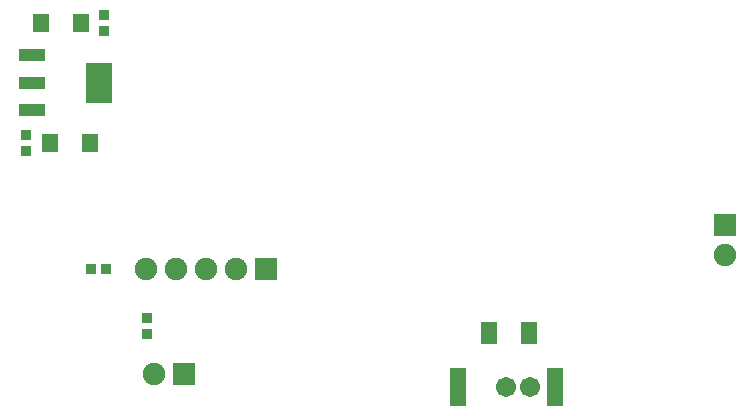
<source format=gts>
G04*
G04 #@! TF.GenerationSoftware,Altium Limited,Altium Designer,18.1.9 (240)*
G04*
G04 Layer_Color=8388736*
%FSLAX25Y25*%
%MOIN*%
G70*
G01*
G75*
%ADD21R,0.03800X0.03800*%
%ADD22R,0.03800X0.03800*%
%ADD23R,0.05800X0.07300*%
%ADD24R,0.05524X0.06312*%
%ADD25R,0.09068X0.13398*%
%ADD26R,0.09068X0.04343*%
%ADD27R,0.07493X0.07493*%
%ADD28C,0.07493*%
%ADD29R,0.07493X0.07493*%
%ADD30C,0.06706*%
%ADD31R,0.05524X0.12611*%
D21*
X80709Y-190157D02*
D03*
Y-185039D02*
D03*
X66500Y-89118D02*
D03*
Y-84000D02*
D03*
X40500Y-129118D02*
D03*
Y-124000D02*
D03*
D22*
X67235Y-168676D02*
D03*
X62117D02*
D03*
D23*
X194750Y-190000D02*
D03*
X208250D02*
D03*
D24*
X58693Y-86500D02*
D03*
X45307D02*
D03*
X48500Y-126500D02*
D03*
X61886D02*
D03*
D25*
X64720Y-106500D02*
D03*
D26*
X42279Y-115555D02*
D03*
Y-106500D02*
D03*
Y-97445D02*
D03*
D27*
X273500Y-154000D02*
D03*
D28*
Y-164000D02*
D03*
X83000Y-203500D02*
D03*
X80500Y-168676D02*
D03*
X90500D02*
D03*
X100500D02*
D03*
X110500D02*
D03*
D29*
X93000Y-203500D02*
D03*
X120500Y-168676D02*
D03*
D30*
X208374Y-208000D02*
D03*
X200500Y-208000D02*
D03*
D31*
X216641Y-208000D02*
D03*
X184358D02*
D03*
M02*

</source>
